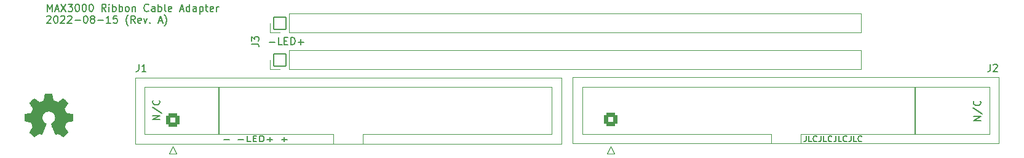
<source format=gbr>
%TF.GenerationSoftware,KiCad,Pcbnew,(6.0.0-0)*%
%TF.CreationDate,2022-08-25T01:57:31-06:00*%
%TF.ProjectId,FlippyAdapter,466c6970-7079-4416-9461-707465722e6b,A*%
%TF.SameCoordinates,Original*%
%TF.FileFunction,Legend,Top*%
%TF.FilePolarity,Positive*%
%FSLAX46Y46*%
G04 Gerber Fmt 4.6, Leading zero omitted, Abs format (unit mm)*
G04 Created by KiCad (PCBNEW (6.0.0-0)) date 2022-08-25 01:57:31*
%MOMM*%
%LPD*%
G01*
G04 APERTURE LIST*
G04 Aperture macros list*
%AMRoundRect*
0 Rectangle with rounded corners*
0 $1 Rounding radius*
0 $2 $3 $4 $5 $6 $7 $8 $9 X,Y pos of 4 corners*
0 Add a 4 corners polygon primitive as box body*
4,1,4,$2,$3,$4,$5,$6,$7,$8,$9,$2,$3,0*
0 Add four circle primitives for the rounded corners*
1,1,$1+$1,$2,$3*
1,1,$1+$1,$4,$5*
1,1,$1+$1,$6,$7*
1,1,$1+$1,$8,$9*
0 Add four rect primitives between the rounded corners*
20,1,$1+$1,$2,$3,$4,$5,0*
20,1,$1+$1,$4,$5,$6,$7,0*
20,1,$1+$1,$6,$7,$8,$9,0*
20,1,$1+$1,$8,$9,$2,$3,0*%
G04 Aperture macros list end*
%ADD10C,0.150000*%
%ADD11C,0.120000*%
%ADD12C,0.010000*%
%ADD13C,4.000000*%
%ADD14C,7.100000*%
%ADD15RoundRect,0.050000X0.850000X-0.850000X0.850000X0.850000X-0.850000X0.850000X-0.850000X-0.850000X0*%
%ADD16O,1.800000X1.800000*%
%ADD17RoundRect,0.300000X0.600000X-0.600000X0.600000X0.600000X-0.600000X0.600000X-0.600000X-0.600000X0*%
%ADD18C,1.800000*%
G04 APERTURE END LIST*
D10*
X197700000Y-80100000D02*
X197700000Y-86500000D01*
X101900000Y-80200000D02*
X101900000Y-86600000D01*
X108842857Y-73871428D02*
X109604761Y-73871428D01*
X110557142Y-74252380D02*
X110080952Y-74252380D01*
X110080952Y-73252380D01*
X110890476Y-73728571D02*
X111223809Y-73728571D01*
X111366666Y-74252380D02*
X110890476Y-74252380D01*
X110890476Y-73252380D01*
X111366666Y-73252380D01*
X111795238Y-74252380D02*
X111795238Y-73252380D01*
X112033333Y-73252380D01*
X112176190Y-73300000D01*
X112271428Y-73395238D01*
X112319047Y-73490476D01*
X112366666Y-73680952D01*
X112366666Y-73823809D01*
X112319047Y-74014285D01*
X112271428Y-74109523D01*
X112176190Y-74204761D01*
X112033333Y-74252380D01*
X111795238Y-74252380D01*
X112795238Y-73871428D02*
X113557142Y-73871428D01*
X113176190Y-74252380D02*
X113176190Y-73490476D01*
X102542857Y-87357142D02*
X103304761Y-87357142D01*
X104542857Y-87357142D02*
X105304761Y-87357142D01*
X106257142Y-87661904D02*
X105780952Y-87661904D01*
X105780952Y-86861904D01*
X106590476Y-87242857D02*
X106923809Y-87242857D01*
X107066666Y-87661904D02*
X106590476Y-87661904D01*
X106590476Y-86861904D01*
X107066666Y-86861904D01*
X107495238Y-87661904D02*
X107495238Y-86861904D01*
X107733333Y-86861904D01*
X107876190Y-86900000D01*
X107971428Y-86976190D01*
X108019047Y-87052380D01*
X108066666Y-87204761D01*
X108066666Y-87319047D01*
X108019047Y-87471428D01*
X107971428Y-87547619D01*
X107876190Y-87623809D01*
X107733333Y-87661904D01*
X107495238Y-87661904D01*
X108495238Y-87357142D02*
X109257142Y-87357142D01*
X108876190Y-87661904D02*
X108876190Y-87052380D01*
X110495238Y-87357142D02*
X111257142Y-87357142D01*
X110876190Y-87661904D02*
X110876190Y-87052380D01*
X93752380Y-84609523D02*
X92752380Y-84609523D01*
X93752380Y-84038095D01*
X92752380Y-84038095D01*
X92704761Y-82847619D02*
X93990476Y-83704761D01*
X93657142Y-81942857D02*
X93704761Y-81990476D01*
X93752380Y-82133333D01*
X93752380Y-82228571D01*
X93704761Y-82371428D01*
X93609523Y-82466666D01*
X93514285Y-82514285D01*
X93323809Y-82561904D01*
X93180952Y-82561904D01*
X92990476Y-82514285D01*
X92895238Y-82466666D01*
X92800000Y-82371428D01*
X92752380Y-82228571D01*
X92752380Y-82133333D01*
X92800000Y-81990476D01*
X92847619Y-81942857D01*
X78235595Y-69647380D02*
X78235595Y-68647380D01*
X78568928Y-69361666D01*
X78902261Y-68647380D01*
X78902261Y-69647380D01*
X79330833Y-69361666D02*
X79807023Y-69361666D01*
X79235595Y-69647380D02*
X79568928Y-68647380D01*
X79902261Y-69647380D01*
X80140357Y-68647380D02*
X80807023Y-69647380D01*
X80807023Y-68647380D02*
X80140357Y-69647380D01*
X81092738Y-68647380D02*
X81711785Y-68647380D01*
X81378452Y-69028333D01*
X81521309Y-69028333D01*
X81616547Y-69075952D01*
X81664166Y-69123571D01*
X81711785Y-69218809D01*
X81711785Y-69456904D01*
X81664166Y-69552142D01*
X81616547Y-69599761D01*
X81521309Y-69647380D01*
X81235595Y-69647380D01*
X81140357Y-69599761D01*
X81092738Y-69552142D01*
X82330833Y-68647380D02*
X82426071Y-68647380D01*
X82521309Y-68695000D01*
X82568928Y-68742619D01*
X82616547Y-68837857D01*
X82664166Y-69028333D01*
X82664166Y-69266428D01*
X82616547Y-69456904D01*
X82568928Y-69552142D01*
X82521309Y-69599761D01*
X82426071Y-69647380D01*
X82330833Y-69647380D01*
X82235595Y-69599761D01*
X82187976Y-69552142D01*
X82140357Y-69456904D01*
X82092738Y-69266428D01*
X82092738Y-69028333D01*
X82140357Y-68837857D01*
X82187976Y-68742619D01*
X82235595Y-68695000D01*
X82330833Y-68647380D01*
X83283214Y-68647380D02*
X83378452Y-68647380D01*
X83473690Y-68695000D01*
X83521309Y-68742619D01*
X83568928Y-68837857D01*
X83616547Y-69028333D01*
X83616547Y-69266428D01*
X83568928Y-69456904D01*
X83521309Y-69552142D01*
X83473690Y-69599761D01*
X83378452Y-69647380D01*
X83283214Y-69647380D01*
X83187976Y-69599761D01*
X83140357Y-69552142D01*
X83092738Y-69456904D01*
X83045119Y-69266428D01*
X83045119Y-69028333D01*
X83092738Y-68837857D01*
X83140357Y-68742619D01*
X83187976Y-68695000D01*
X83283214Y-68647380D01*
X84235595Y-68647380D02*
X84330833Y-68647380D01*
X84426071Y-68695000D01*
X84473690Y-68742619D01*
X84521309Y-68837857D01*
X84568928Y-69028333D01*
X84568928Y-69266428D01*
X84521309Y-69456904D01*
X84473690Y-69552142D01*
X84426071Y-69599761D01*
X84330833Y-69647380D01*
X84235595Y-69647380D01*
X84140357Y-69599761D01*
X84092738Y-69552142D01*
X84045119Y-69456904D01*
X83997500Y-69266428D01*
X83997500Y-69028333D01*
X84045119Y-68837857D01*
X84092738Y-68742619D01*
X84140357Y-68695000D01*
X84235595Y-68647380D01*
X86330833Y-69647380D02*
X85997500Y-69171190D01*
X85759404Y-69647380D02*
X85759404Y-68647380D01*
X86140357Y-68647380D01*
X86235595Y-68695000D01*
X86283214Y-68742619D01*
X86330833Y-68837857D01*
X86330833Y-68980714D01*
X86283214Y-69075952D01*
X86235595Y-69123571D01*
X86140357Y-69171190D01*
X85759404Y-69171190D01*
X86759404Y-69647380D02*
X86759404Y-68980714D01*
X86759404Y-68647380D02*
X86711785Y-68695000D01*
X86759404Y-68742619D01*
X86807023Y-68695000D01*
X86759404Y-68647380D01*
X86759404Y-68742619D01*
X87235595Y-69647380D02*
X87235595Y-68647380D01*
X87235595Y-69028333D02*
X87330833Y-68980714D01*
X87521309Y-68980714D01*
X87616547Y-69028333D01*
X87664166Y-69075952D01*
X87711785Y-69171190D01*
X87711785Y-69456904D01*
X87664166Y-69552142D01*
X87616547Y-69599761D01*
X87521309Y-69647380D01*
X87330833Y-69647380D01*
X87235595Y-69599761D01*
X88140357Y-69647380D02*
X88140357Y-68647380D01*
X88140357Y-69028333D02*
X88235595Y-68980714D01*
X88426071Y-68980714D01*
X88521309Y-69028333D01*
X88568928Y-69075952D01*
X88616547Y-69171190D01*
X88616547Y-69456904D01*
X88568928Y-69552142D01*
X88521309Y-69599761D01*
X88426071Y-69647380D01*
X88235595Y-69647380D01*
X88140357Y-69599761D01*
X89187976Y-69647380D02*
X89092738Y-69599761D01*
X89045119Y-69552142D01*
X88997500Y-69456904D01*
X88997500Y-69171190D01*
X89045119Y-69075952D01*
X89092738Y-69028333D01*
X89187976Y-68980714D01*
X89330833Y-68980714D01*
X89426071Y-69028333D01*
X89473690Y-69075952D01*
X89521309Y-69171190D01*
X89521309Y-69456904D01*
X89473690Y-69552142D01*
X89426071Y-69599761D01*
X89330833Y-69647380D01*
X89187976Y-69647380D01*
X89949880Y-68980714D02*
X89949880Y-69647380D01*
X89949880Y-69075952D02*
X89997500Y-69028333D01*
X90092738Y-68980714D01*
X90235595Y-68980714D01*
X90330833Y-69028333D01*
X90378452Y-69123571D01*
X90378452Y-69647380D01*
X92187976Y-69552142D02*
X92140357Y-69599761D01*
X91997500Y-69647380D01*
X91902261Y-69647380D01*
X91759404Y-69599761D01*
X91664166Y-69504523D01*
X91616547Y-69409285D01*
X91568928Y-69218809D01*
X91568928Y-69075952D01*
X91616547Y-68885476D01*
X91664166Y-68790238D01*
X91759404Y-68695000D01*
X91902261Y-68647380D01*
X91997500Y-68647380D01*
X92140357Y-68695000D01*
X92187976Y-68742619D01*
X93045119Y-69647380D02*
X93045119Y-69123571D01*
X92997500Y-69028333D01*
X92902261Y-68980714D01*
X92711785Y-68980714D01*
X92616547Y-69028333D01*
X93045119Y-69599761D02*
X92949880Y-69647380D01*
X92711785Y-69647380D01*
X92616547Y-69599761D01*
X92568928Y-69504523D01*
X92568928Y-69409285D01*
X92616547Y-69314047D01*
X92711785Y-69266428D01*
X92949880Y-69266428D01*
X93045119Y-69218809D01*
X93521309Y-69647380D02*
X93521309Y-68647380D01*
X93521309Y-69028333D02*
X93616547Y-68980714D01*
X93807023Y-68980714D01*
X93902261Y-69028333D01*
X93949880Y-69075952D01*
X93997500Y-69171190D01*
X93997500Y-69456904D01*
X93949880Y-69552142D01*
X93902261Y-69599761D01*
X93807023Y-69647380D01*
X93616547Y-69647380D01*
X93521309Y-69599761D01*
X94568928Y-69647380D02*
X94473690Y-69599761D01*
X94426071Y-69504523D01*
X94426071Y-68647380D01*
X95330833Y-69599761D02*
X95235595Y-69647380D01*
X95045119Y-69647380D01*
X94949880Y-69599761D01*
X94902261Y-69504523D01*
X94902261Y-69123571D01*
X94949880Y-69028333D01*
X95045119Y-68980714D01*
X95235595Y-68980714D01*
X95330833Y-69028333D01*
X95378452Y-69123571D01*
X95378452Y-69218809D01*
X94902261Y-69314047D01*
X96521309Y-69361666D02*
X96997500Y-69361666D01*
X96426071Y-69647380D02*
X96759404Y-68647380D01*
X97092738Y-69647380D01*
X97854642Y-69647380D02*
X97854642Y-68647380D01*
X97854642Y-69599761D02*
X97759404Y-69647380D01*
X97568928Y-69647380D01*
X97473690Y-69599761D01*
X97426071Y-69552142D01*
X97378452Y-69456904D01*
X97378452Y-69171190D01*
X97426071Y-69075952D01*
X97473690Y-69028333D01*
X97568928Y-68980714D01*
X97759404Y-68980714D01*
X97854642Y-69028333D01*
X98759404Y-69647380D02*
X98759404Y-69123571D01*
X98711785Y-69028333D01*
X98616547Y-68980714D01*
X98426071Y-68980714D01*
X98330833Y-69028333D01*
X98759404Y-69599761D02*
X98664166Y-69647380D01*
X98426071Y-69647380D01*
X98330833Y-69599761D01*
X98283214Y-69504523D01*
X98283214Y-69409285D01*
X98330833Y-69314047D01*
X98426071Y-69266428D01*
X98664166Y-69266428D01*
X98759404Y-69218809D01*
X99235595Y-68980714D02*
X99235595Y-69980714D01*
X99235595Y-69028333D02*
X99330833Y-68980714D01*
X99521309Y-68980714D01*
X99616547Y-69028333D01*
X99664166Y-69075952D01*
X99711785Y-69171190D01*
X99711785Y-69456904D01*
X99664166Y-69552142D01*
X99616547Y-69599761D01*
X99521309Y-69647380D01*
X99330833Y-69647380D01*
X99235595Y-69599761D01*
X99997500Y-68980714D02*
X100378452Y-68980714D01*
X100140357Y-68647380D02*
X100140357Y-69504523D01*
X100187976Y-69599761D01*
X100283214Y-69647380D01*
X100378452Y-69647380D01*
X101092738Y-69599761D02*
X100997500Y-69647380D01*
X100807023Y-69647380D01*
X100711785Y-69599761D01*
X100664166Y-69504523D01*
X100664166Y-69123571D01*
X100711785Y-69028333D01*
X100807023Y-68980714D01*
X100997500Y-68980714D01*
X101092738Y-69028333D01*
X101140357Y-69123571D01*
X101140357Y-69218809D01*
X100664166Y-69314047D01*
X101568928Y-69647380D02*
X101568928Y-68980714D01*
X101568928Y-69171190D02*
X101616547Y-69075952D01*
X101664166Y-69028333D01*
X101759404Y-68980714D01*
X101854642Y-68980714D01*
X78187976Y-70352619D02*
X78235595Y-70305000D01*
X78330833Y-70257380D01*
X78568928Y-70257380D01*
X78664166Y-70305000D01*
X78711785Y-70352619D01*
X78759404Y-70447857D01*
X78759404Y-70543095D01*
X78711785Y-70685952D01*
X78140357Y-71257380D01*
X78759404Y-71257380D01*
X79378452Y-70257380D02*
X79473690Y-70257380D01*
X79568928Y-70305000D01*
X79616547Y-70352619D01*
X79664166Y-70447857D01*
X79711785Y-70638333D01*
X79711785Y-70876428D01*
X79664166Y-71066904D01*
X79616547Y-71162142D01*
X79568928Y-71209761D01*
X79473690Y-71257380D01*
X79378452Y-71257380D01*
X79283214Y-71209761D01*
X79235595Y-71162142D01*
X79187976Y-71066904D01*
X79140357Y-70876428D01*
X79140357Y-70638333D01*
X79187976Y-70447857D01*
X79235595Y-70352619D01*
X79283214Y-70305000D01*
X79378452Y-70257380D01*
X80092738Y-70352619D02*
X80140357Y-70305000D01*
X80235595Y-70257380D01*
X80473690Y-70257380D01*
X80568928Y-70305000D01*
X80616547Y-70352619D01*
X80664166Y-70447857D01*
X80664166Y-70543095D01*
X80616547Y-70685952D01*
X80045119Y-71257380D01*
X80664166Y-71257380D01*
X81045119Y-70352619D02*
X81092738Y-70305000D01*
X81187976Y-70257380D01*
X81426071Y-70257380D01*
X81521309Y-70305000D01*
X81568928Y-70352619D01*
X81616547Y-70447857D01*
X81616547Y-70543095D01*
X81568928Y-70685952D01*
X80997500Y-71257380D01*
X81616547Y-71257380D01*
X82045119Y-70876428D02*
X82807023Y-70876428D01*
X83473690Y-70257380D02*
X83568928Y-70257380D01*
X83664166Y-70305000D01*
X83711785Y-70352619D01*
X83759404Y-70447857D01*
X83807023Y-70638333D01*
X83807023Y-70876428D01*
X83759404Y-71066904D01*
X83711785Y-71162142D01*
X83664166Y-71209761D01*
X83568928Y-71257380D01*
X83473690Y-71257380D01*
X83378452Y-71209761D01*
X83330833Y-71162142D01*
X83283214Y-71066904D01*
X83235595Y-70876428D01*
X83235595Y-70638333D01*
X83283214Y-70447857D01*
X83330833Y-70352619D01*
X83378452Y-70305000D01*
X83473690Y-70257380D01*
X84378452Y-70685952D02*
X84283214Y-70638333D01*
X84235595Y-70590714D01*
X84187976Y-70495476D01*
X84187976Y-70447857D01*
X84235595Y-70352619D01*
X84283214Y-70305000D01*
X84378452Y-70257380D01*
X84568928Y-70257380D01*
X84664166Y-70305000D01*
X84711785Y-70352619D01*
X84759404Y-70447857D01*
X84759404Y-70495476D01*
X84711785Y-70590714D01*
X84664166Y-70638333D01*
X84568928Y-70685952D01*
X84378452Y-70685952D01*
X84283214Y-70733571D01*
X84235595Y-70781190D01*
X84187976Y-70876428D01*
X84187976Y-71066904D01*
X84235595Y-71162142D01*
X84283214Y-71209761D01*
X84378452Y-71257380D01*
X84568928Y-71257380D01*
X84664166Y-71209761D01*
X84711785Y-71162142D01*
X84759404Y-71066904D01*
X84759404Y-70876428D01*
X84711785Y-70781190D01*
X84664166Y-70733571D01*
X84568928Y-70685952D01*
X85187976Y-70876428D02*
X85949880Y-70876428D01*
X86949880Y-71257380D02*
X86378452Y-71257380D01*
X86664166Y-71257380D02*
X86664166Y-70257380D01*
X86568928Y-70400238D01*
X86473690Y-70495476D01*
X86378452Y-70543095D01*
X87854642Y-70257380D02*
X87378452Y-70257380D01*
X87330833Y-70733571D01*
X87378452Y-70685952D01*
X87473690Y-70638333D01*
X87711785Y-70638333D01*
X87807023Y-70685952D01*
X87854642Y-70733571D01*
X87902261Y-70828809D01*
X87902261Y-71066904D01*
X87854642Y-71162142D01*
X87807023Y-71209761D01*
X87711785Y-71257380D01*
X87473690Y-71257380D01*
X87378452Y-71209761D01*
X87330833Y-71162142D01*
X89378452Y-71638333D02*
X89330833Y-71590714D01*
X89235595Y-71447857D01*
X89187976Y-71352619D01*
X89140357Y-71209761D01*
X89092738Y-70971666D01*
X89092738Y-70781190D01*
X89140357Y-70543095D01*
X89187976Y-70400238D01*
X89235595Y-70305000D01*
X89330833Y-70162142D01*
X89378452Y-70114523D01*
X90330833Y-71257380D02*
X89997500Y-70781190D01*
X89759404Y-71257380D02*
X89759404Y-70257380D01*
X90140357Y-70257380D01*
X90235595Y-70305000D01*
X90283214Y-70352619D01*
X90330833Y-70447857D01*
X90330833Y-70590714D01*
X90283214Y-70685952D01*
X90235595Y-70733571D01*
X90140357Y-70781190D01*
X89759404Y-70781190D01*
X91140357Y-71209761D02*
X91045119Y-71257380D01*
X90854642Y-71257380D01*
X90759404Y-71209761D01*
X90711785Y-71114523D01*
X90711785Y-70733571D01*
X90759404Y-70638333D01*
X90854642Y-70590714D01*
X91045119Y-70590714D01*
X91140357Y-70638333D01*
X91187976Y-70733571D01*
X91187976Y-70828809D01*
X90711785Y-70924047D01*
X91521309Y-70590714D02*
X91759404Y-71257380D01*
X91997500Y-70590714D01*
X92378452Y-71162142D02*
X92426071Y-71209761D01*
X92378452Y-71257380D01*
X92330833Y-71209761D01*
X92378452Y-71162142D01*
X92378452Y-71257380D01*
X93568928Y-70971666D02*
X94045119Y-70971666D01*
X93473690Y-71257380D02*
X93807023Y-70257380D01*
X94140357Y-71257380D01*
X94378452Y-71638333D02*
X94426071Y-71590714D01*
X94521309Y-71447857D01*
X94568928Y-71352619D01*
X94616547Y-71209761D01*
X94664166Y-70971666D01*
X94664166Y-70781190D01*
X94616547Y-70543095D01*
X94568928Y-70400238D01*
X94521309Y-70305000D01*
X94426071Y-70162142D01*
X94378452Y-70114523D01*
X206752380Y-84709523D02*
X205752380Y-84709523D01*
X206752380Y-84138095D01*
X205752380Y-84138095D01*
X205704761Y-82947619D02*
X206990476Y-83804761D01*
X206657142Y-82042857D02*
X206704761Y-82090476D01*
X206752380Y-82233333D01*
X206752380Y-82328571D01*
X206704761Y-82471428D01*
X206609523Y-82566666D01*
X206514285Y-82614285D01*
X206323809Y-82661904D01*
X206180952Y-82661904D01*
X205990476Y-82614285D01*
X205895238Y-82566666D01*
X205800000Y-82471428D01*
X205752380Y-82328571D01*
X205752380Y-82233333D01*
X205800000Y-82090476D01*
X205847619Y-82042857D01*
%TO.C,JLCJLCJLCJLC*%
X182704761Y-86861904D02*
X182704761Y-87433333D01*
X182666666Y-87547619D01*
X182590476Y-87623809D01*
X182476190Y-87661904D01*
X182400000Y-87661904D01*
X183466666Y-87661904D02*
X183085714Y-87661904D01*
X183085714Y-86861904D01*
X184190476Y-87585714D02*
X184152380Y-87623809D01*
X184038095Y-87661904D01*
X183961904Y-87661904D01*
X183847619Y-87623809D01*
X183771428Y-87547619D01*
X183733333Y-87471428D01*
X183695238Y-87319047D01*
X183695238Y-87204761D01*
X183733333Y-87052380D01*
X183771428Y-86976190D01*
X183847619Y-86900000D01*
X183961904Y-86861904D01*
X184038095Y-86861904D01*
X184152380Y-86900000D01*
X184190476Y-86938095D01*
X184761904Y-86861904D02*
X184761904Y-87433333D01*
X184723809Y-87547619D01*
X184647619Y-87623809D01*
X184533333Y-87661904D01*
X184457142Y-87661904D01*
X185523809Y-87661904D02*
X185142857Y-87661904D01*
X185142857Y-86861904D01*
X186247619Y-87585714D02*
X186209523Y-87623809D01*
X186095238Y-87661904D01*
X186019047Y-87661904D01*
X185904761Y-87623809D01*
X185828571Y-87547619D01*
X185790476Y-87471428D01*
X185752380Y-87319047D01*
X185752380Y-87204761D01*
X185790476Y-87052380D01*
X185828571Y-86976190D01*
X185904761Y-86900000D01*
X186019047Y-86861904D01*
X186095238Y-86861904D01*
X186209523Y-86900000D01*
X186247619Y-86938095D01*
X186819047Y-86861904D02*
X186819047Y-87433333D01*
X186780952Y-87547619D01*
X186704761Y-87623809D01*
X186590476Y-87661904D01*
X186514285Y-87661904D01*
X187580952Y-87661904D02*
X187200000Y-87661904D01*
X187200000Y-86861904D01*
X188304761Y-87585714D02*
X188266666Y-87623809D01*
X188152380Y-87661904D01*
X188076190Y-87661904D01*
X187961904Y-87623809D01*
X187885714Y-87547619D01*
X187847619Y-87471428D01*
X187809523Y-87319047D01*
X187809523Y-87204761D01*
X187847619Y-87052380D01*
X187885714Y-86976190D01*
X187961904Y-86900000D01*
X188076190Y-86861904D01*
X188152380Y-86861904D01*
X188266666Y-86900000D01*
X188304761Y-86938095D01*
X188876190Y-86861904D02*
X188876190Y-87433333D01*
X188838095Y-87547619D01*
X188761904Y-87623809D01*
X188647619Y-87661904D01*
X188571428Y-87661904D01*
X189638095Y-87661904D02*
X189257142Y-87661904D01*
X189257142Y-86861904D01*
X190361904Y-87585714D02*
X190323809Y-87623809D01*
X190209523Y-87661904D01*
X190133333Y-87661904D01*
X190019047Y-87623809D01*
X189942857Y-87547619D01*
X189904761Y-87471428D01*
X189866666Y-87319047D01*
X189866666Y-87204761D01*
X189904761Y-87052380D01*
X189942857Y-86976190D01*
X190019047Y-86900000D01*
X190133333Y-86861904D01*
X190209523Y-86861904D01*
X190323809Y-86900000D01*
X190361904Y-86938095D01*
%TO.C,J3*%
X106372380Y-74133333D02*
X107086666Y-74133333D01*
X107229523Y-74180952D01*
X107324761Y-74276190D01*
X107372380Y-74419047D01*
X107372380Y-74514285D01*
X106372380Y-73752380D02*
X106372380Y-73133333D01*
X106753333Y-73466666D01*
X106753333Y-73323809D01*
X106800952Y-73228571D01*
X106848571Y-73180952D01*
X106943809Y-73133333D01*
X107181904Y-73133333D01*
X107277142Y-73180952D01*
X107324761Y-73228571D01*
X107372380Y-73323809D01*
X107372380Y-73609523D01*
X107324761Y-73704761D01*
X107277142Y-73752380D01*
%TO.C,J1*%
X90841666Y-76952380D02*
X90841666Y-77666666D01*
X90794047Y-77809523D01*
X90698809Y-77904761D01*
X90555952Y-77952380D01*
X90460714Y-77952380D01*
X91841666Y-77952380D02*
X91270238Y-77952380D01*
X91555952Y-77952380D02*
X91555952Y-76952380D01*
X91460714Y-77095238D01*
X91365476Y-77190476D01*
X91270238Y-77238095D01*
%TO.C,J2*%
X208066666Y-76952380D02*
X208066666Y-77666666D01*
X208019047Y-77809523D01*
X207923809Y-77904761D01*
X207780952Y-77952380D01*
X207685714Y-77952380D01*
X208495238Y-77047619D02*
X208542857Y-77000000D01*
X208638095Y-76952380D01*
X208876190Y-76952380D01*
X208971428Y-77000000D01*
X209019047Y-77047619D01*
X209066666Y-77142857D01*
X209066666Y-77238095D01*
X209019047Y-77380952D01*
X208447619Y-77952380D01*
X209066666Y-77952380D01*
D11*
%TO.C,J3*%
X190300000Y-72590000D02*
X190300000Y-69930000D01*
X111500000Y-72590000D02*
X111500000Y-69930000D01*
X190300000Y-77670000D02*
X190300000Y-75010000D01*
X111500000Y-69930000D02*
X190300000Y-69930000D01*
X111500000Y-77670000D02*
X111500000Y-75010000D01*
X111500000Y-77670000D02*
X190300000Y-77670000D01*
X110230000Y-77670000D02*
X108900000Y-77670000D01*
X110230000Y-72590000D02*
X108900000Y-72590000D01*
X108900000Y-72590000D02*
X108900000Y-71260000D01*
X108900000Y-77670000D02*
X108900000Y-76340000D01*
X111500000Y-75010000D02*
X190300000Y-75010000D01*
X111500000Y-72590000D02*
X190300000Y-72590000D01*
D12*
%TO.C,REF\u002A\u002A*%
X78955814Y-81468931D02*
X79039635Y-81913555D01*
X79039635Y-81913555D02*
X79348920Y-82041053D01*
X79348920Y-82041053D02*
X79658206Y-82168551D01*
X79658206Y-82168551D02*
X80029246Y-81916246D01*
X80029246Y-81916246D02*
X80133157Y-81845996D01*
X80133157Y-81845996D02*
X80227087Y-81783272D01*
X80227087Y-81783272D02*
X80306652Y-81730938D01*
X80306652Y-81730938D02*
X80367470Y-81691857D01*
X80367470Y-81691857D02*
X80405157Y-81668893D01*
X80405157Y-81668893D02*
X80415421Y-81663942D01*
X80415421Y-81663942D02*
X80433910Y-81676676D01*
X80433910Y-81676676D02*
X80473420Y-81711882D01*
X80473420Y-81711882D02*
X80529522Y-81765062D01*
X80529522Y-81765062D02*
X80597787Y-81831718D01*
X80597787Y-81831718D02*
X80673786Y-81907354D01*
X80673786Y-81907354D02*
X80753092Y-81987472D01*
X80753092Y-81987472D02*
X80831275Y-82067574D01*
X80831275Y-82067574D02*
X80903907Y-82143164D01*
X80903907Y-82143164D02*
X80966559Y-82209745D01*
X80966559Y-82209745D02*
X81014803Y-82262818D01*
X81014803Y-82262818D02*
X81044210Y-82297887D01*
X81044210Y-82297887D02*
X81051241Y-82309623D01*
X81051241Y-82309623D02*
X81041123Y-82331260D01*
X81041123Y-82331260D02*
X81012759Y-82378662D01*
X81012759Y-82378662D02*
X80969129Y-82447193D01*
X80969129Y-82447193D02*
X80913218Y-82532215D01*
X80913218Y-82532215D02*
X80848006Y-82629093D01*
X80848006Y-82629093D02*
X80810219Y-82684350D01*
X80810219Y-82684350D02*
X80741343Y-82785248D01*
X80741343Y-82785248D02*
X80680140Y-82876299D01*
X80680140Y-82876299D02*
X80629578Y-82952970D01*
X80629578Y-82952970D02*
X80592628Y-83010728D01*
X80592628Y-83010728D02*
X80572258Y-83045043D01*
X80572258Y-83045043D02*
X80569197Y-83052254D01*
X80569197Y-83052254D02*
X80576136Y-83072748D01*
X80576136Y-83072748D02*
X80595051Y-83120513D01*
X80595051Y-83120513D02*
X80623087Y-83188832D01*
X80623087Y-83188832D02*
X80657391Y-83270989D01*
X80657391Y-83270989D02*
X80695109Y-83360270D01*
X80695109Y-83360270D02*
X80733387Y-83449958D01*
X80733387Y-83449958D02*
X80769370Y-83533338D01*
X80769370Y-83533338D02*
X80800206Y-83603694D01*
X80800206Y-83603694D02*
X80823039Y-83654310D01*
X80823039Y-83654310D02*
X80835017Y-83678471D01*
X80835017Y-83678471D02*
X80835724Y-83679422D01*
X80835724Y-83679422D02*
X80854531Y-83684036D01*
X80854531Y-83684036D02*
X80904618Y-83694328D01*
X80904618Y-83694328D02*
X80980793Y-83709287D01*
X80980793Y-83709287D02*
X81077865Y-83727901D01*
X81077865Y-83727901D02*
X81190643Y-83749159D01*
X81190643Y-83749159D02*
X81256442Y-83761418D01*
X81256442Y-83761418D02*
X81376950Y-83784362D01*
X81376950Y-83784362D02*
X81485797Y-83806195D01*
X81485797Y-83806195D02*
X81577476Y-83825722D01*
X81577476Y-83825722D02*
X81646481Y-83841748D01*
X81646481Y-83841748D02*
X81687304Y-83853079D01*
X81687304Y-83853079D02*
X81695511Y-83856674D01*
X81695511Y-83856674D02*
X81703548Y-83881006D01*
X81703548Y-83881006D02*
X81710033Y-83935959D01*
X81710033Y-83935959D02*
X81714970Y-84015108D01*
X81714970Y-84015108D02*
X81718364Y-84112026D01*
X81718364Y-84112026D02*
X81720218Y-84220287D01*
X81720218Y-84220287D02*
X81720538Y-84333465D01*
X81720538Y-84333465D02*
X81719327Y-84445135D01*
X81719327Y-84445135D02*
X81716590Y-84548868D01*
X81716590Y-84548868D02*
X81712331Y-84638241D01*
X81712331Y-84638241D02*
X81706555Y-84706826D01*
X81706555Y-84706826D02*
X81699267Y-84748197D01*
X81699267Y-84748197D02*
X81694895Y-84756810D01*
X81694895Y-84756810D02*
X81668764Y-84767133D01*
X81668764Y-84767133D02*
X81613393Y-84781892D01*
X81613393Y-84781892D02*
X81536107Y-84799352D01*
X81536107Y-84799352D02*
X81444230Y-84817780D01*
X81444230Y-84817780D02*
X81412158Y-84823741D01*
X81412158Y-84823741D02*
X81257524Y-84852066D01*
X81257524Y-84852066D02*
X81135375Y-84874876D01*
X81135375Y-84874876D02*
X81041673Y-84893080D01*
X81041673Y-84893080D02*
X80972384Y-84907583D01*
X80972384Y-84907583D02*
X80923471Y-84919292D01*
X80923471Y-84919292D02*
X80890897Y-84929115D01*
X80890897Y-84929115D02*
X80870628Y-84937956D01*
X80870628Y-84937956D02*
X80858626Y-84946724D01*
X80858626Y-84946724D02*
X80856947Y-84948457D01*
X80856947Y-84948457D02*
X80840184Y-84976371D01*
X80840184Y-84976371D02*
X80814614Y-85030695D01*
X80814614Y-85030695D02*
X80782788Y-85104777D01*
X80782788Y-85104777D02*
X80747260Y-85191965D01*
X80747260Y-85191965D02*
X80710583Y-85285608D01*
X80710583Y-85285608D02*
X80675311Y-85379052D01*
X80675311Y-85379052D02*
X80643996Y-85465647D01*
X80643996Y-85465647D02*
X80619193Y-85538740D01*
X80619193Y-85538740D02*
X80603454Y-85591678D01*
X80603454Y-85591678D02*
X80599332Y-85617811D01*
X80599332Y-85617811D02*
X80599676Y-85618726D01*
X80599676Y-85618726D02*
X80613641Y-85640086D01*
X80613641Y-85640086D02*
X80645322Y-85687084D01*
X80645322Y-85687084D02*
X80691391Y-85754827D01*
X80691391Y-85754827D02*
X80748518Y-85838423D01*
X80748518Y-85838423D02*
X80813373Y-85932982D01*
X80813373Y-85932982D02*
X80831843Y-85959854D01*
X80831843Y-85959854D02*
X80897699Y-86057275D01*
X80897699Y-86057275D02*
X80955650Y-86146163D01*
X80955650Y-86146163D02*
X81002538Y-86221412D01*
X81002538Y-86221412D02*
X81035207Y-86277920D01*
X81035207Y-86277920D02*
X81050500Y-86310581D01*
X81050500Y-86310581D02*
X81051241Y-86314593D01*
X81051241Y-86314593D02*
X81038392Y-86335684D01*
X81038392Y-86335684D02*
X81002888Y-86377464D01*
X81002888Y-86377464D02*
X80949293Y-86435445D01*
X80949293Y-86435445D02*
X80882171Y-86505135D01*
X80882171Y-86505135D02*
X80806087Y-86582045D01*
X80806087Y-86582045D02*
X80725604Y-86661683D01*
X80725604Y-86661683D02*
X80645287Y-86739561D01*
X80645287Y-86739561D02*
X80569699Y-86811186D01*
X80569699Y-86811186D02*
X80503405Y-86872070D01*
X80503405Y-86872070D02*
X80450969Y-86917721D01*
X80450969Y-86917721D02*
X80416955Y-86943650D01*
X80416955Y-86943650D02*
X80407545Y-86947883D01*
X80407545Y-86947883D02*
X80385643Y-86937912D01*
X80385643Y-86937912D02*
X80340800Y-86911020D01*
X80340800Y-86911020D02*
X80280321Y-86871736D01*
X80280321Y-86871736D02*
X80233789Y-86840117D01*
X80233789Y-86840117D02*
X80149475Y-86782098D01*
X80149475Y-86782098D02*
X80049626Y-86713784D01*
X80049626Y-86713784D02*
X79949473Y-86645579D01*
X79949473Y-86645579D02*
X79895627Y-86609075D01*
X79895627Y-86609075D02*
X79713371Y-86485800D01*
X79713371Y-86485800D02*
X79560381Y-86568520D01*
X79560381Y-86568520D02*
X79490682Y-86604759D01*
X79490682Y-86604759D02*
X79431414Y-86632926D01*
X79431414Y-86632926D02*
X79391311Y-86648991D01*
X79391311Y-86648991D02*
X79381103Y-86651226D01*
X79381103Y-86651226D02*
X79368829Y-86634722D01*
X79368829Y-86634722D02*
X79344613Y-86588082D01*
X79344613Y-86588082D02*
X79310263Y-86515609D01*
X79310263Y-86515609D02*
X79267588Y-86421606D01*
X79267588Y-86421606D02*
X79218394Y-86310374D01*
X79218394Y-86310374D02*
X79164490Y-86186215D01*
X79164490Y-86186215D02*
X79107684Y-86053432D01*
X79107684Y-86053432D02*
X79049782Y-85916327D01*
X79049782Y-85916327D02*
X78992593Y-85779202D01*
X78992593Y-85779202D02*
X78937924Y-85646358D01*
X78937924Y-85646358D02*
X78887584Y-85522098D01*
X78887584Y-85522098D02*
X78843380Y-85410725D01*
X78843380Y-85410725D02*
X78807119Y-85316539D01*
X78807119Y-85316539D02*
X78780609Y-85243844D01*
X78780609Y-85243844D02*
X78765658Y-85196941D01*
X78765658Y-85196941D02*
X78763254Y-85180833D01*
X78763254Y-85180833D02*
X78782311Y-85160286D01*
X78782311Y-85160286D02*
X78824036Y-85126933D01*
X78824036Y-85126933D02*
X78879706Y-85087702D01*
X78879706Y-85087702D02*
X78884378Y-85084599D01*
X78884378Y-85084599D02*
X79028264Y-84969423D01*
X79028264Y-84969423D02*
X79144283Y-84835053D01*
X79144283Y-84835053D02*
X79231430Y-84685784D01*
X79231430Y-84685784D02*
X79288699Y-84525913D01*
X79288699Y-84525913D02*
X79315086Y-84359737D01*
X79315086Y-84359737D02*
X79309585Y-84191552D01*
X79309585Y-84191552D02*
X79271190Y-84025655D01*
X79271190Y-84025655D02*
X79198895Y-83866342D01*
X79198895Y-83866342D02*
X79177626Y-83831487D01*
X79177626Y-83831487D02*
X79066996Y-83690737D01*
X79066996Y-83690737D02*
X78936302Y-83577714D01*
X78936302Y-83577714D02*
X78790064Y-83493003D01*
X78790064Y-83493003D02*
X78632808Y-83437194D01*
X78632808Y-83437194D02*
X78469057Y-83410874D01*
X78469057Y-83410874D02*
X78303333Y-83414630D01*
X78303333Y-83414630D02*
X78140162Y-83449050D01*
X78140162Y-83449050D02*
X77984065Y-83514723D01*
X77984065Y-83514723D02*
X77839567Y-83612235D01*
X77839567Y-83612235D02*
X77794869Y-83651813D01*
X77794869Y-83651813D02*
X77681112Y-83775703D01*
X77681112Y-83775703D02*
X77598218Y-83906124D01*
X77598218Y-83906124D02*
X77541356Y-84052315D01*
X77541356Y-84052315D02*
X77509687Y-84197088D01*
X77509687Y-84197088D02*
X77501869Y-84359860D01*
X77501869Y-84359860D02*
X77527938Y-84523440D01*
X77527938Y-84523440D02*
X77585245Y-84682298D01*
X77585245Y-84682298D02*
X77671144Y-84830906D01*
X77671144Y-84830906D02*
X77782986Y-84963735D01*
X77782986Y-84963735D02*
X77918123Y-85075256D01*
X77918123Y-85075256D02*
X77935883Y-85087011D01*
X77935883Y-85087011D02*
X77992150Y-85125508D01*
X77992150Y-85125508D02*
X78034923Y-85158863D01*
X78034923Y-85158863D02*
X78055372Y-85180160D01*
X78055372Y-85180160D02*
X78055669Y-85180833D01*
X78055669Y-85180833D02*
X78051279Y-85203871D01*
X78051279Y-85203871D02*
X78033876Y-85256157D01*
X78033876Y-85256157D02*
X78005268Y-85333390D01*
X78005268Y-85333390D02*
X77967265Y-85431268D01*
X77967265Y-85431268D02*
X77921674Y-85545491D01*
X77921674Y-85545491D02*
X77870303Y-85671758D01*
X77870303Y-85671758D02*
X77814962Y-85805767D01*
X77814962Y-85805767D02*
X77757458Y-85943218D01*
X77757458Y-85943218D02*
X77699601Y-86079808D01*
X77699601Y-86079808D02*
X77643198Y-86211237D01*
X77643198Y-86211237D02*
X77590058Y-86333205D01*
X77590058Y-86333205D02*
X77541990Y-86441409D01*
X77541990Y-86441409D02*
X77500801Y-86531549D01*
X77500801Y-86531549D02*
X77468301Y-86599323D01*
X77468301Y-86599323D02*
X77446297Y-86640430D01*
X77446297Y-86640430D02*
X77437436Y-86651226D01*
X77437436Y-86651226D02*
X77410360Y-86642819D01*
X77410360Y-86642819D02*
X77359697Y-86620272D01*
X77359697Y-86620272D02*
X77294183Y-86587613D01*
X77294183Y-86587613D02*
X77258159Y-86568520D01*
X77258159Y-86568520D02*
X77105168Y-86485800D01*
X77105168Y-86485800D02*
X76922912Y-86609075D01*
X76922912Y-86609075D02*
X76829875Y-86672228D01*
X76829875Y-86672228D02*
X76728015Y-86741727D01*
X76728015Y-86741727D02*
X76632562Y-86807165D01*
X76632562Y-86807165D02*
X76584750Y-86840117D01*
X76584750Y-86840117D02*
X76517505Y-86885273D01*
X76517505Y-86885273D02*
X76460564Y-86921057D01*
X76460564Y-86921057D02*
X76421354Y-86942938D01*
X76421354Y-86942938D02*
X76408619Y-86947563D01*
X76408619Y-86947563D02*
X76390083Y-86935085D01*
X76390083Y-86935085D02*
X76349059Y-86900252D01*
X76349059Y-86900252D02*
X76289525Y-86846678D01*
X76289525Y-86846678D02*
X76215458Y-86777983D01*
X76215458Y-86777983D02*
X76130835Y-86697781D01*
X76130835Y-86697781D02*
X76077315Y-86646286D01*
X76077315Y-86646286D02*
X75983681Y-86554286D01*
X75983681Y-86554286D02*
X75902759Y-86471999D01*
X75902759Y-86471999D02*
X75837823Y-86402945D01*
X75837823Y-86402945D02*
X75792142Y-86350644D01*
X75792142Y-86350644D02*
X75768989Y-86318616D01*
X75768989Y-86318616D02*
X75766768Y-86312116D01*
X75766768Y-86312116D02*
X75777076Y-86287394D01*
X75777076Y-86287394D02*
X75805561Y-86237405D01*
X75805561Y-86237405D02*
X75849063Y-86167212D01*
X75849063Y-86167212D02*
X75904423Y-86081875D01*
X75904423Y-86081875D02*
X75968480Y-85986456D01*
X75968480Y-85986456D02*
X75986697Y-85959854D01*
X75986697Y-85959854D02*
X76053073Y-85863167D01*
X76053073Y-85863167D02*
X76112622Y-85776117D01*
X76112622Y-85776117D02*
X76162016Y-85703595D01*
X76162016Y-85703595D02*
X76197925Y-85650493D01*
X76197925Y-85650493D02*
X76217019Y-85621703D01*
X76217019Y-85621703D02*
X76218864Y-85618726D01*
X76218864Y-85618726D02*
X76216105Y-85595782D01*
X76216105Y-85595782D02*
X76201462Y-85545336D01*
X76201462Y-85545336D02*
X76177487Y-85474041D01*
X76177487Y-85474041D02*
X76146734Y-85388547D01*
X76146734Y-85388547D02*
X76111756Y-85295507D01*
X76111756Y-85295507D02*
X76075107Y-85201574D01*
X76075107Y-85201574D02*
X76039339Y-85113399D01*
X76039339Y-85113399D02*
X76007006Y-85037634D01*
X76007006Y-85037634D02*
X75980662Y-84980931D01*
X75980662Y-84980931D02*
X75962858Y-84949943D01*
X75962858Y-84949943D02*
X75961593Y-84948457D01*
X75961593Y-84948457D02*
X75950706Y-84939601D01*
X75950706Y-84939601D02*
X75932318Y-84930843D01*
X75932318Y-84930843D02*
X75902394Y-84921277D01*
X75902394Y-84921277D02*
X75856897Y-84909996D01*
X75856897Y-84909996D02*
X75791791Y-84896093D01*
X75791791Y-84896093D02*
X75703039Y-84878663D01*
X75703039Y-84878663D02*
X75586607Y-84856798D01*
X75586607Y-84856798D02*
X75438458Y-84829591D01*
X75438458Y-84829591D02*
X75406382Y-84823741D01*
X75406382Y-84823741D02*
X75311314Y-84805374D01*
X75311314Y-84805374D02*
X75228435Y-84787405D01*
X75228435Y-84787405D02*
X75165070Y-84771569D01*
X75165070Y-84771569D02*
X75128542Y-84759600D01*
X75128542Y-84759600D02*
X75123644Y-84756810D01*
X75123644Y-84756810D02*
X75115573Y-84732072D01*
X75115573Y-84732072D02*
X75109013Y-84676790D01*
X75109013Y-84676790D02*
X75103967Y-84597389D01*
X75103967Y-84597389D02*
X75100441Y-84500296D01*
X75100441Y-84500296D02*
X75098439Y-84391938D01*
X75098439Y-84391938D02*
X75097964Y-84278740D01*
X75097964Y-84278740D02*
X75099023Y-84167128D01*
X75099023Y-84167128D02*
X75101618Y-84063529D01*
X75101618Y-84063529D02*
X75105754Y-83974368D01*
X75105754Y-83974368D02*
X75111437Y-83906072D01*
X75111437Y-83906072D02*
X75118669Y-83865066D01*
X75118669Y-83865066D02*
X75123029Y-83856674D01*
X75123029Y-83856674D02*
X75147302Y-83848208D01*
X75147302Y-83848208D02*
X75202574Y-83834435D01*
X75202574Y-83834435D02*
X75283338Y-83816550D01*
X75283338Y-83816550D02*
X75384088Y-83795748D01*
X75384088Y-83795748D02*
X75499317Y-83773223D01*
X75499317Y-83773223D02*
X75562098Y-83761418D01*
X75562098Y-83761418D02*
X75681213Y-83739151D01*
X75681213Y-83739151D02*
X75787435Y-83718979D01*
X75787435Y-83718979D02*
X75875573Y-83701915D01*
X75875573Y-83701915D02*
X75940434Y-83688969D01*
X75940434Y-83688969D02*
X75976826Y-83681155D01*
X75976826Y-83681155D02*
X75982816Y-83679422D01*
X75982816Y-83679422D02*
X75992939Y-83659890D01*
X75992939Y-83659890D02*
X76014338Y-83612843D01*
X76014338Y-83612843D02*
X76044161Y-83545003D01*
X76044161Y-83545003D02*
X76079555Y-83463091D01*
X76079555Y-83463091D02*
X76117668Y-83373828D01*
X76117668Y-83373828D02*
X76155647Y-83283935D01*
X76155647Y-83283935D02*
X76190640Y-83200135D01*
X76190640Y-83200135D02*
X76219794Y-83129147D01*
X76219794Y-83129147D02*
X76240257Y-83077694D01*
X76240257Y-83077694D02*
X76249177Y-83052497D01*
X76249177Y-83052497D02*
X76249343Y-83051396D01*
X76249343Y-83051396D02*
X76239231Y-83031519D01*
X76239231Y-83031519D02*
X76210883Y-82985777D01*
X76210883Y-82985777D02*
X76167277Y-82918717D01*
X76167277Y-82918717D02*
X76111394Y-82834884D01*
X76111394Y-82834884D02*
X76046213Y-82738826D01*
X76046213Y-82738826D02*
X76008321Y-82683650D01*
X76008321Y-82683650D02*
X75939275Y-82582481D01*
X75939275Y-82582481D02*
X75877950Y-82490630D01*
X75877950Y-82490630D02*
X75827337Y-82412744D01*
X75827337Y-82412744D02*
X75790429Y-82353469D01*
X75790429Y-82353469D02*
X75770218Y-82317451D01*
X75770218Y-82317451D02*
X75767299Y-82309377D01*
X75767299Y-82309377D02*
X75779847Y-82290584D01*
X75779847Y-82290584D02*
X75814537Y-82250457D01*
X75814537Y-82250457D02*
X75866937Y-82193493D01*
X75866937Y-82193493D02*
X75932616Y-82124185D01*
X75932616Y-82124185D02*
X76007144Y-82047031D01*
X76007144Y-82047031D02*
X76086087Y-81966525D01*
X76086087Y-81966525D02*
X76165017Y-81887163D01*
X76165017Y-81887163D02*
X76239500Y-81813440D01*
X76239500Y-81813440D02*
X76305106Y-81749852D01*
X76305106Y-81749852D02*
X76357404Y-81700894D01*
X76357404Y-81700894D02*
X76391961Y-81671061D01*
X76391961Y-81671061D02*
X76403522Y-81663942D01*
X76403522Y-81663942D02*
X76422346Y-81673953D01*
X76422346Y-81673953D02*
X76467369Y-81702078D01*
X76467369Y-81702078D02*
X76534213Y-81745454D01*
X76534213Y-81745454D02*
X76618501Y-81801218D01*
X76618501Y-81801218D02*
X76715856Y-81866506D01*
X76715856Y-81866506D02*
X76789293Y-81916246D01*
X76789293Y-81916246D02*
X77160333Y-82168551D01*
X77160333Y-82168551D02*
X77778905Y-81913555D01*
X77778905Y-81913555D02*
X77862725Y-81468931D01*
X77862725Y-81468931D02*
X77946546Y-81024307D01*
X77946546Y-81024307D02*
X78871994Y-81024307D01*
X78871994Y-81024307D02*
X78955814Y-81468931D01*
X78955814Y-81468931D02*
X78955814Y-81468931D01*
G36*
X78955814Y-81468931D02*
G01*
X79039635Y-81913555D01*
X79348920Y-82041053D01*
X79658206Y-82168551D01*
X80029246Y-81916246D01*
X80133157Y-81845996D01*
X80227087Y-81783272D01*
X80306652Y-81730938D01*
X80367470Y-81691857D01*
X80405157Y-81668893D01*
X80415421Y-81663942D01*
X80433910Y-81676676D01*
X80473420Y-81711882D01*
X80529522Y-81765062D01*
X80597787Y-81831718D01*
X80673786Y-81907354D01*
X80753092Y-81987472D01*
X80831275Y-82067574D01*
X80903907Y-82143164D01*
X80966559Y-82209745D01*
X81014803Y-82262818D01*
X81044210Y-82297887D01*
X81051241Y-82309623D01*
X81041123Y-82331260D01*
X81012759Y-82378662D01*
X80969129Y-82447193D01*
X80913218Y-82532215D01*
X80848006Y-82629093D01*
X80810219Y-82684350D01*
X80741343Y-82785248D01*
X80680140Y-82876299D01*
X80629578Y-82952970D01*
X80592628Y-83010728D01*
X80572258Y-83045043D01*
X80569197Y-83052254D01*
X80576136Y-83072748D01*
X80595051Y-83120513D01*
X80623087Y-83188832D01*
X80657391Y-83270989D01*
X80695109Y-83360270D01*
X80733387Y-83449958D01*
X80769370Y-83533338D01*
X80800206Y-83603694D01*
X80823039Y-83654310D01*
X80835017Y-83678471D01*
X80835724Y-83679422D01*
X80854531Y-83684036D01*
X80904618Y-83694328D01*
X80980793Y-83709287D01*
X81077865Y-83727901D01*
X81190643Y-83749159D01*
X81256442Y-83761418D01*
X81376950Y-83784362D01*
X81485797Y-83806195D01*
X81577476Y-83825722D01*
X81646481Y-83841748D01*
X81687304Y-83853079D01*
X81695511Y-83856674D01*
X81703548Y-83881006D01*
X81710033Y-83935959D01*
X81714970Y-84015108D01*
X81718364Y-84112026D01*
X81720218Y-84220287D01*
X81720538Y-84333465D01*
X81719327Y-84445135D01*
X81716590Y-84548868D01*
X81712331Y-84638241D01*
X81706555Y-84706826D01*
X81699267Y-84748197D01*
X81694895Y-84756810D01*
X81668764Y-84767133D01*
X81613393Y-84781892D01*
X81536107Y-84799352D01*
X81444230Y-84817780D01*
X81412158Y-84823741D01*
X81257524Y-84852066D01*
X81135375Y-84874876D01*
X81041673Y-84893080D01*
X80972384Y-84907583D01*
X80923471Y-84919292D01*
X80890897Y-84929115D01*
X80870628Y-84937956D01*
X80858626Y-84946724D01*
X80856947Y-84948457D01*
X80840184Y-84976371D01*
X80814614Y-85030695D01*
X80782788Y-85104777D01*
X80747260Y-85191965D01*
X80710583Y-85285608D01*
X80675311Y-85379052D01*
X80643996Y-85465647D01*
X80619193Y-85538740D01*
X80603454Y-85591678D01*
X80599332Y-85617811D01*
X80599676Y-85618726D01*
X80613641Y-85640086D01*
X80645322Y-85687084D01*
X80691391Y-85754827D01*
X80748518Y-85838423D01*
X80813373Y-85932982D01*
X80831843Y-85959854D01*
X80897699Y-86057275D01*
X80955650Y-86146163D01*
X81002538Y-86221412D01*
X81035207Y-86277920D01*
X81050500Y-86310581D01*
X81051241Y-86314593D01*
X81038392Y-86335684D01*
X81002888Y-86377464D01*
X80949293Y-86435445D01*
X80882171Y-86505135D01*
X80806087Y-86582045D01*
X80725604Y-86661683D01*
X80645287Y-86739561D01*
X80569699Y-86811186D01*
X80503405Y-86872070D01*
X80450969Y-86917721D01*
X80416955Y-86943650D01*
X80407545Y-86947883D01*
X80385643Y-86937912D01*
X80340800Y-86911020D01*
X80280321Y-86871736D01*
X80233789Y-86840117D01*
X80149475Y-86782098D01*
X80049626Y-86713784D01*
X79949473Y-86645579D01*
X79895627Y-86609075D01*
X79713371Y-86485800D01*
X79560381Y-86568520D01*
X79490682Y-86604759D01*
X79431414Y-86632926D01*
X79391311Y-86648991D01*
X79381103Y-86651226D01*
X79368829Y-86634722D01*
X79344613Y-86588082D01*
X79310263Y-86515609D01*
X79267588Y-86421606D01*
X79218394Y-86310374D01*
X79164490Y-86186215D01*
X79107684Y-86053432D01*
X79049782Y-85916327D01*
X78992593Y-85779202D01*
X78937924Y-85646358D01*
X78887584Y-85522098D01*
X78843380Y-85410725D01*
X78807119Y-85316539D01*
X78780609Y-85243844D01*
X78765658Y-85196941D01*
X78763254Y-85180833D01*
X78782311Y-85160286D01*
X78824036Y-85126933D01*
X78879706Y-85087702D01*
X78884378Y-85084599D01*
X79028264Y-84969423D01*
X79144283Y-84835053D01*
X79231430Y-84685784D01*
X79288699Y-84525913D01*
X79315086Y-84359737D01*
X79309585Y-84191552D01*
X79271190Y-84025655D01*
X79198895Y-83866342D01*
X79177626Y-83831487D01*
X79066996Y-83690737D01*
X78936302Y-83577714D01*
X78790064Y-83493003D01*
X78632808Y-83437194D01*
X78469057Y-83410874D01*
X78303333Y-83414630D01*
X78140162Y-83449050D01*
X77984065Y-83514723D01*
X77839567Y-83612235D01*
X77794869Y-83651813D01*
X77681112Y-83775703D01*
X77598218Y-83906124D01*
X77541356Y-84052315D01*
X77509687Y-84197088D01*
X77501869Y-84359860D01*
X77527938Y-84523440D01*
X77585245Y-84682298D01*
X77671144Y-84830906D01*
X77782986Y-84963735D01*
X77918123Y-85075256D01*
X77935883Y-85087011D01*
X77992150Y-85125508D01*
X78034923Y-85158863D01*
X78055372Y-85180160D01*
X78055669Y-85180833D01*
X78051279Y-85203871D01*
X78033876Y-85256157D01*
X78005268Y-85333390D01*
X77967265Y-85431268D01*
X77921674Y-85545491D01*
X77870303Y-85671758D01*
X77814962Y-85805767D01*
X77757458Y-85943218D01*
X77699601Y-86079808D01*
X77643198Y-86211237D01*
X77590058Y-86333205D01*
X77541990Y-86441409D01*
X77500801Y-86531549D01*
X77468301Y-86599323D01*
X77446297Y-86640430D01*
X77437436Y-86651226D01*
X77410360Y-86642819D01*
X77359697Y-86620272D01*
X77294183Y-86587613D01*
X77258159Y-86568520D01*
X77105168Y-86485800D01*
X76922912Y-86609075D01*
X76829875Y-86672228D01*
X76728015Y-86741727D01*
X76632562Y-86807165D01*
X76584750Y-86840117D01*
X76517505Y-86885273D01*
X76460564Y-86921057D01*
X76421354Y-86942938D01*
X76408619Y-86947563D01*
X76390083Y-86935085D01*
X76349059Y-86900252D01*
X76289525Y-86846678D01*
X76215458Y-86777983D01*
X76130835Y-86697781D01*
X76077315Y-86646286D01*
X75983681Y-86554286D01*
X75902759Y-86471999D01*
X75837823Y-86402945D01*
X75792142Y-86350644D01*
X75768989Y-86318616D01*
X75766768Y-86312116D01*
X75777076Y-86287394D01*
X75805561Y-86237405D01*
X75849063Y-86167212D01*
X75904423Y-86081875D01*
X75968480Y-85986456D01*
X75986697Y-85959854D01*
X76053073Y-85863167D01*
X76112622Y-85776117D01*
X76162016Y-85703595D01*
X76197925Y-85650493D01*
X76217019Y-85621703D01*
X76218864Y-85618726D01*
X76216105Y-85595782D01*
X76201462Y-85545336D01*
X76177487Y-85474041D01*
X76146734Y-85388547D01*
X76111756Y-85295507D01*
X76075107Y-85201574D01*
X76039339Y-85113399D01*
X76007006Y-85037634D01*
X75980662Y-84980931D01*
X75962858Y-84949943D01*
X75961593Y-84948457D01*
X75950706Y-84939601D01*
X75932318Y-84930843D01*
X75902394Y-84921277D01*
X75856897Y-84909996D01*
X75791791Y-84896093D01*
X75703039Y-84878663D01*
X75586607Y-84856798D01*
X75438458Y-84829591D01*
X75406382Y-84823741D01*
X75311314Y-84805374D01*
X75228435Y-84787405D01*
X75165070Y-84771569D01*
X75128542Y-84759600D01*
X75123644Y-84756810D01*
X75115573Y-84732072D01*
X75109013Y-84676790D01*
X75103967Y-84597389D01*
X75100441Y-84500296D01*
X75098439Y-84391938D01*
X75097964Y-84278740D01*
X75099023Y-84167128D01*
X75101618Y-84063529D01*
X75105754Y-83974368D01*
X75111437Y-83906072D01*
X75118669Y-83865066D01*
X75123029Y-83856674D01*
X75147302Y-83848208D01*
X75202574Y-83834435D01*
X75283338Y-83816550D01*
X75384088Y-83795748D01*
X75499317Y-83773223D01*
X75562098Y-83761418D01*
X75681213Y-83739151D01*
X75787435Y-83718979D01*
X75875573Y-83701915D01*
X75940434Y-83688969D01*
X75976826Y-83681155D01*
X75982816Y-83679422D01*
X75992939Y-83659890D01*
X76014338Y-83612843D01*
X76044161Y-83545003D01*
X76079555Y-83463091D01*
X76117668Y-83373828D01*
X76155647Y-83283935D01*
X76190640Y-83200135D01*
X76219794Y-83129147D01*
X76240257Y-83077694D01*
X76249177Y-83052497D01*
X76249343Y-83051396D01*
X76239231Y-83031519D01*
X76210883Y-82985777D01*
X76167277Y-82918717D01*
X76111394Y-82834884D01*
X76046213Y-82738826D01*
X76008321Y-82683650D01*
X75939275Y-82582481D01*
X75877950Y-82490630D01*
X75827337Y-82412744D01*
X75790429Y-82353469D01*
X75770218Y-82317451D01*
X75767299Y-82309377D01*
X75779847Y-82290584D01*
X75814537Y-82250457D01*
X75866937Y-82193493D01*
X75932616Y-82124185D01*
X76007144Y-82047031D01*
X76086087Y-81966525D01*
X76165017Y-81887163D01*
X76239500Y-81813440D01*
X76305106Y-81749852D01*
X76357404Y-81700894D01*
X76391961Y-81671061D01*
X76403522Y-81663942D01*
X76422346Y-81673953D01*
X76467369Y-81702078D01*
X76534213Y-81745454D01*
X76618501Y-81801218D01*
X76715856Y-81866506D01*
X76789293Y-81916246D01*
X77160333Y-82168551D01*
X77778905Y-81913555D01*
X77862725Y-81468931D01*
X77946546Y-81024307D01*
X78871994Y-81024307D01*
X78955814Y-81468931D01*
G37*
X78955814Y-81468931D02*
X79039635Y-81913555D01*
X79348920Y-82041053D01*
X79658206Y-82168551D01*
X80029246Y-81916246D01*
X80133157Y-81845996D01*
X80227087Y-81783272D01*
X80306652Y-81730938D01*
X80367470Y-81691857D01*
X80405157Y-81668893D01*
X80415421Y-81663942D01*
X80433910Y-81676676D01*
X80473420Y-81711882D01*
X80529522Y-81765062D01*
X80597787Y-81831718D01*
X80673786Y-81907354D01*
X80753092Y-81987472D01*
X80831275Y-82067574D01*
X80903907Y-82143164D01*
X80966559Y-82209745D01*
X81014803Y-82262818D01*
X81044210Y-82297887D01*
X81051241Y-82309623D01*
X81041123Y-82331260D01*
X81012759Y-82378662D01*
X80969129Y-82447193D01*
X80913218Y-82532215D01*
X80848006Y-82629093D01*
X80810219Y-82684350D01*
X80741343Y-82785248D01*
X80680140Y-82876299D01*
X80629578Y-82952970D01*
X80592628Y-83010728D01*
X80572258Y-83045043D01*
X80569197Y-83052254D01*
X80576136Y-83072748D01*
X80595051Y-83120513D01*
X80623087Y-83188832D01*
X80657391Y-83270989D01*
X80695109Y-83360270D01*
X80733387Y-83449958D01*
X80769370Y-83533338D01*
X80800206Y-83603694D01*
X80823039Y-83654310D01*
X80835017Y-83678471D01*
X80835724Y-83679422D01*
X80854531Y-83684036D01*
X80904618Y-83694328D01*
X80980793Y-83709287D01*
X81077865Y-83727901D01*
X81190643Y-83749159D01*
X81256442Y-83761418D01*
X81376950Y-83784362D01*
X81485797Y-83806195D01*
X81577476Y-83825722D01*
X81646481Y-83841748D01*
X81687304Y-83853079D01*
X81695511Y-83856674D01*
X81703548Y-83881006D01*
X81710033Y-83935959D01*
X81714970Y-84015108D01*
X81718364Y-84112026D01*
X81720218Y-84220287D01*
X81720538Y-84333465D01*
X81719327Y-84445135D01*
X81716590Y-84548868D01*
X81712331Y-84638241D01*
X81706555Y-84706826D01*
X81699267Y-84748197D01*
X81694895Y-84756810D01*
X81668764Y-84767133D01*
X81613393Y-84781892D01*
X81536107Y-84799352D01*
X81444230Y-84817780D01*
X81412158Y-84823741D01*
X81257524Y-84852066D01*
X81135375Y-84874876D01*
X81041673Y-84893080D01*
X80972384Y-84907583D01*
X80923471Y-84919292D01*
X80890897Y-84929115D01*
X80870628Y-84937956D01*
X80858626Y-84946724D01*
X80856947Y-84948457D01*
X80840184Y-84976371D01*
X80814614Y-85030695D01*
X80782788Y-85104777D01*
X80747260Y-85191965D01*
X80710583Y-85285608D01*
X80675311Y-85379052D01*
X80643996Y-85465647D01*
X80619193Y-85538740D01*
X80603454Y-85591678D01*
X80599332Y-85617811D01*
X80599676Y-85618726D01*
X80613641Y-85640086D01*
X80645322Y-85687084D01*
X80691391Y-85754827D01*
X80748518Y-85838423D01*
X80813373Y-85932982D01*
X80831843Y-85959854D01*
X80897699Y-86057275D01*
X80955650Y-86146163D01*
X81002538Y-86221412D01*
X81035207Y-86277920D01*
X81050500Y-86310581D01*
X81051241Y-86314593D01*
X81038392Y-86335684D01*
X81002888Y-86377464D01*
X80949293Y-86435445D01*
X80882171Y-86505135D01*
X80806087Y-86582045D01*
X80725604Y-86661683D01*
X80645287Y-86739561D01*
X80569699Y-86811186D01*
X80503405Y-86872070D01*
X80450969Y-86917721D01*
X80416955Y-86943650D01*
X80407545Y-86947883D01*
X80385643Y-86937912D01*
X80340800Y-86911020D01*
X80280321Y-86871736D01*
X80233789Y-86840117D01*
X80149475Y-86782098D01*
X80049626Y-86713784D01*
X79949473Y-86645579D01*
X79895627Y-86609075D01*
X79713371Y-86485800D01*
X79560381Y-86568520D01*
X79490682Y-86604759D01*
X79431414Y-86632926D01*
X79391311Y-86648991D01*
X79381103Y-86651226D01*
X79368829Y-86634722D01*
X79344613Y-86588082D01*
X79310263Y-86515609D01*
X79267588Y-86421606D01*
X79218394Y-86310374D01*
X79164490Y-86186215D01*
X79107684Y-86053432D01*
X79049782Y-85916327D01*
X78992593Y-85779202D01*
X78937924Y-85646358D01*
X78887584Y-85522098D01*
X78843380Y-85410725D01*
X78807119Y-85316539D01*
X78780609Y-85243844D01*
X78765658Y-85196941D01*
X78763254Y-85180833D01*
X78782311Y-85160286D01*
X78824036Y-85126933D01*
X78879706Y-85087702D01*
X78884378Y-85084599D01*
X79028264Y-84969423D01*
X79144283Y-84835053D01*
X79231430Y-84685784D01*
X79288699Y-84525913D01*
X79315086Y-84359737D01*
X79309585Y-84191552D01*
X79271190Y-84025655D01*
X79198895Y-83866342D01*
X79177626Y-83831487D01*
X79066996Y-83690737D01*
X78936302Y-83577714D01*
X78790064Y-83493003D01*
X78632808Y-83437194D01*
X78469057Y-83410874D01*
X78303333Y-83414630D01*
X78140162Y-83449050D01*
X77984065Y-83514723D01*
X77839567Y-83612235D01*
X77794869Y-83651813D01*
X77681112Y-83775703D01*
X77598218Y-83906124D01*
X77541356Y-84052315D01*
X77509687Y-84197088D01*
X77501869Y-84359860D01*
X77527938Y-84523440D01*
X77585245Y-84682298D01*
X77671144Y-84830906D01*
X77782986Y-84963735D01*
X77918123Y-85075256D01*
X77935883Y-85087011D01*
X77992150Y-85125508D01*
X78034923Y-85158863D01*
X78055372Y-85180160D01*
X78055669Y-85180833D01*
X78051279Y-85203871D01*
X78033876Y-85256157D01*
X78005268Y-85333390D01*
X77967265Y-85431268D01*
X77921674Y-85545491D01*
X77870303Y-85671758D01*
X77814962Y-85805767D01*
X77757458Y-85943218D01*
X77699601Y-86079808D01*
X77643198Y-86211237D01*
X77590058Y-86333205D01*
X77541990Y-86441409D01*
X77500801Y-86531549D01*
X77468301Y-86599323D01*
X77446297Y-86640430D01*
X77437436Y-86651226D01*
X77410360Y-86642819D01*
X77359697Y-86620272D01*
X77294183Y-86587613D01*
X77258159Y-86568520D01*
X77105168Y-86485800D01*
X76922912Y-86609075D01*
X76829875Y-86672228D01*
X76728015Y-86741727D01*
X76632562Y-86807165D01*
X76584750Y-86840117D01*
X76517505Y-86885273D01*
X76460564Y-86921057D01*
X76421354Y-86942938D01*
X76408619Y-86947563D01*
X76390083Y-86935085D01*
X76349059Y-86900252D01*
X76289525Y-86846678D01*
X76215458Y-86777983D01*
X76130835Y-86697781D01*
X76077315Y-86646286D01*
X75983681Y-86554286D01*
X75902759Y-86471999D01*
X75837823Y-86402945D01*
X75792142Y-86350644D01*
X75768989Y-86318616D01*
X75766768Y-86312116D01*
X75777076Y-86287394D01*
X75805561Y-86237405D01*
X75849063Y-86167212D01*
X75904423Y-86081875D01*
X75968480Y-85986456D01*
X75986697Y-85959854D01*
X76053073Y-85863167D01*
X76112622Y-85776117D01*
X76162016Y-85703595D01*
X76197925Y-85650493D01*
X76217019Y-85621703D01*
X76218864Y-85618726D01*
X76216105Y-85595782D01*
X76201462Y-85545336D01*
X76177487Y-85474041D01*
X76146734Y-85388547D01*
X76111756Y-85295507D01*
X76075107Y-85201574D01*
X76039339Y-85113399D01*
X76007006Y-85037634D01*
X75980662Y-84980931D01*
X75962858Y-84949943D01*
X75961593Y-84948457D01*
X75950706Y-84939601D01*
X75932318Y-84930843D01*
X75902394Y-84921277D01*
X75856897Y-84909996D01*
X75791791Y-84896093D01*
X75703039Y-84878663D01*
X75586607Y-84856798D01*
X75438458Y-84829591D01*
X75406382Y-84823741D01*
X75311314Y-84805374D01*
X75228435Y-84787405D01*
X75165070Y-84771569D01*
X75128542Y-84759600D01*
X75123644Y-84756810D01*
X75115573Y-84732072D01*
X75109013Y-84676790D01*
X75103967Y-84597389D01*
X75100441Y-84500296D01*
X75098439Y-84391938D01*
X75097964Y-84278740D01*
X75099023Y-84167128D01*
X75101618Y-84063529D01*
X75105754Y-83974368D01*
X75111437Y-83906072D01*
X75118669Y-83865066D01*
X75123029Y-83856674D01*
X75147302Y-83848208D01*
X75202574Y-83834435D01*
X75283338Y-83816550D01*
X75384088Y-83795748D01*
X75499317Y-83773223D01*
X75562098Y-83761418D01*
X75681213Y-83739151D01*
X75787435Y-83718979D01*
X75875573Y-83701915D01*
X75940434Y-83688969D01*
X75976826Y-83681155D01*
X75982816Y-83679422D01*
X75992939Y-83659890D01*
X76014338Y-83612843D01*
X76044161Y-83545003D01*
X76079555Y-83463091D01*
X76117668Y-83373828D01*
X76155647Y-83283935D01*
X76190640Y-83200135D01*
X76219794Y-83129147D01*
X76240257Y-83077694D01*
X76249177Y-83052497D01*
X76249343Y-83051396D01*
X76239231Y-83031519D01*
X76210883Y-82985777D01*
X76167277Y-82918717D01*
X76111394Y-82834884D01*
X76046213Y-82738826D01*
X76008321Y-82683650D01*
X75939275Y-82582481D01*
X75877950Y-82490630D01*
X75827337Y-82412744D01*
X75790429Y-82353469D01*
X75770218Y-82317451D01*
X75767299Y-82309377D01*
X75779847Y-82290584D01*
X75814537Y-82250457D01*
X75866937Y-82193493D01*
X75932616Y-82124185D01*
X76007144Y-82047031D01*
X76086087Y-81966525D01*
X76165017Y-81887163D01*
X76239500Y-81813440D01*
X76305106Y-81749852D01*
X76357404Y-81700894D01*
X76391961Y-81671061D01*
X76403522Y-81663942D01*
X76422346Y-81673953D01*
X76467369Y-81702078D01*
X76534213Y-81745454D01*
X76618501Y-81801218D01*
X76715856Y-81866506D01*
X76789293Y-81916246D01*
X77160333Y-82168551D01*
X77778905Y-81913555D01*
X77862725Y-81468931D01*
X77946546Y-81024307D01*
X78871994Y-81024307D01*
X78955814Y-81468931D01*
D11*
%TO.C,J1*%
X121725000Y-86632500D02*
X121725000Y-87942500D01*
X95045000Y-89332500D02*
X96045000Y-89332500D01*
X117625000Y-87942500D02*
X117625000Y-86632500D01*
X147715000Y-80132500D02*
X147715000Y-86632500D01*
X149015000Y-78822500D02*
X149015000Y-87942500D01*
X147715000Y-86632500D02*
X121725000Y-86632500D01*
X121725000Y-86632500D02*
X121725000Y-86632500D01*
X117625000Y-86632500D02*
X91635000Y-86632500D01*
X91635000Y-86632500D02*
X91635000Y-80132500D01*
X96045000Y-89332500D02*
X95545000Y-88332500D01*
X91635000Y-80132500D02*
X147715000Y-80132500D01*
X90335000Y-87942500D02*
X90335000Y-78822500D01*
X95545000Y-88332500D02*
X95045000Y-89332500D01*
X149015000Y-87942500D02*
X90335000Y-87942500D01*
X90335000Y-78822500D02*
X149015000Y-78822500D01*
%TO.C,J2*%
X181980000Y-86580000D02*
X181980000Y-87890000D01*
X207970000Y-86580000D02*
X181980000Y-86580000D01*
X151890000Y-80080000D02*
X207970000Y-80080000D01*
X156300000Y-89280000D02*
X155800000Y-88280000D01*
X151890000Y-86580000D02*
X151890000Y-80080000D01*
X155300000Y-89280000D02*
X156300000Y-89280000D01*
X155800000Y-88280000D02*
X155300000Y-89280000D01*
X207970000Y-80080000D02*
X207970000Y-86580000D01*
X177880000Y-87890000D02*
X177880000Y-86580000D01*
X181980000Y-86580000D02*
X181980000Y-86580000D01*
X150590000Y-87890000D02*
X150590000Y-78770000D01*
X209270000Y-78770000D02*
X209270000Y-87890000D01*
X150590000Y-78770000D02*
X209270000Y-78770000D01*
X177880000Y-86580000D02*
X151890000Y-86580000D01*
X209270000Y-87890000D02*
X150590000Y-87890000D01*
%TD*%
%LPC*%
D13*
%TO.C,H1*%
X226314000Y-73914000D03*
D14*
X226314000Y-73914000D03*
%TD*%
D13*
%TO.C,H2*%
X73279000Y-73914000D03*
D14*
X73279000Y-73914000D03*
%TD*%
D15*
%TO.C,J3*%
X110230000Y-76340000D03*
X110230000Y-71260000D03*
D16*
X112770000Y-76340000D03*
X112770000Y-71260000D03*
X115310000Y-76340000D03*
X115310000Y-71260000D03*
X117850000Y-76340000D03*
X117850000Y-71260000D03*
X120390000Y-76340000D03*
X120390000Y-71260000D03*
X122930000Y-76340000D03*
X122930000Y-71260000D03*
X125470000Y-76340000D03*
X125470000Y-71260000D03*
X128010000Y-76340000D03*
X128010000Y-71260000D03*
X130550000Y-76340000D03*
X130550000Y-71260000D03*
X133090000Y-76340000D03*
X133090000Y-71260000D03*
X135630000Y-76340000D03*
X135630000Y-71260000D03*
X138170000Y-76340000D03*
X138170000Y-71260000D03*
X140710000Y-76340000D03*
X140710000Y-71260000D03*
X143250000Y-76340000D03*
X143250000Y-71260000D03*
X145790000Y-76340000D03*
X145790000Y-71260000D03*
X148330000Y-76340000D03*
X148330000Y-71260000D03*
X150870000Y-76340000D03*
X150870000Y-71260000D03*
X153410000Y-76340000D03*
X153410000Y-71260000D03*
X155950000Y-76340000D03*
X155950000Y-71260000D03*
X158490000Y-76340000D03*
X158490000Y-71260000D03*
X161030000Y-76340000D03*
X161030000Y-71260000D03*
X163570000Y-76340000D03*
X163570000Y-71260000D03*
X166110000Y-76340000D03*
X166110000Y-71260000D03*
X168650000Y-76340000D03*
X168650000Y-71260000D03*
X171190000Y-76340000D03*
X171190000Y-71260000D03*
X173730000Y-76340000D03*
X173730000Y-71260000D03*
X176270000Y-76340000D03*
X176270000Y-71260000D03*
X178810000Y-76340000D03*
X178810000Y-71260000D03*
X181350000Y-76340000D03*
X181350000Y-71260000D03*
X183890000Y-76340000D03*
X183890000Y-71260000D03*
X186430000Y-76340000D03*
X186430000Y-71260000D03*
X188970000Y-76340000D03*
X188970000Y-71260000D03*
%TD*%
D17*
%TO.C,J1*%
X95545000Y-84652500D03*
D18*
X95545000Y-82112500D03*
X98085000Y-84652500D03*
X98085000Y-82112500D03*
X100625000Y-84652500D03*
X100625000Y-82112500D03*
X103165000Y-84652500D03*
X103165000Y-82112500D03*
X105705000Y-84652500D03*
X105705000Y-82112500D03*
X108245000Y-84652500D03*
X108245000Y-82112500D03*
X110785000Y-84652500D03*
X110785000Y-82112500D03*
X113325000Y-84652500D03*
X113325000Y-82112500D03*
X115865000Y-84652500D03*
X115865000Y-82112500D03*
X118405000Y-84652500D03*
X118405000Y-82112500D03*
X120945000Y-84652500D03*
X120945000Y-82112500D03*
X123485000Y-84652500D03*
X123485000Y-82112500D03*
X126025000Y-84652500D03*
X126025000Y-82112500D03*
X128565000Y-84652500D03*
X128565000Y-82112500D03*
X131105000Y-84652500D03*
X131105000Y-82112500D03*
X133645000Y-84652500D03*
X133645000Y-82112500D03*
X136185000Y-84652500D03*
X136185000Y-82112500D03*
X138725000Y-84652500D03*
X138725000Y-82112500D03*
X141265000Y-84652500D03*
X141265000Y-82112500D03*
X143805000Y-84652500D03*
X143805000Y-82112500D03*
%TD*%
D17*
%TO.C,J2*%
X155800000Y-84600000D03*
D18*
X155800000Y-82060000D03*
X158340000Y-84600000D03*
X158340000Y-82060000D03*
X160880000Y-84600000D03*
X160880000Y-82060000D03*
X163420000Y-84600000D03*
X163420000Y-82060000D03*
X165960000Y-84600000D03*
X165960000Y-82060000D03*
X168500000Y-84600000D03*
X168500000Y-82060000D03*
X171040000Y-84600000D03*
X171040000Y-82060000D03*
X173580000Y-84600000D03*
X173580000Y-82060000D03*
X176120000Y-84600000D03*
X176120000Y-82060000D03*
X178660000Y-84600000D03*
X178660000Y-82060000D03*
X181200000Y-84600000D03*
X181200000Y-82060000D03*
X183740000Y-84600000D03*
X183740000Y-82060000D03*
X186280000Y-84600000D03*
X186280000Y-82060000D03*
X188820000Y-84600000D03*
X188820000Y-82060000D03*
X191360000Y-84600000D03*
X191360000Y-82060000D03*
X193900000Y-84600000D03*
X193900000Y-82060000D03*
X196440000Y-84600000D03*
X196440000Y-82060000D03*
X198980000Y-84600000D03*
X198980000Y-82060000D03*
X201520000Y-84600000D03*
X201520000Y-82060000D03*
X204060000Y-84600000D03*
X204060000Y-82060000D03*
%TD*%
M02*

</source>
